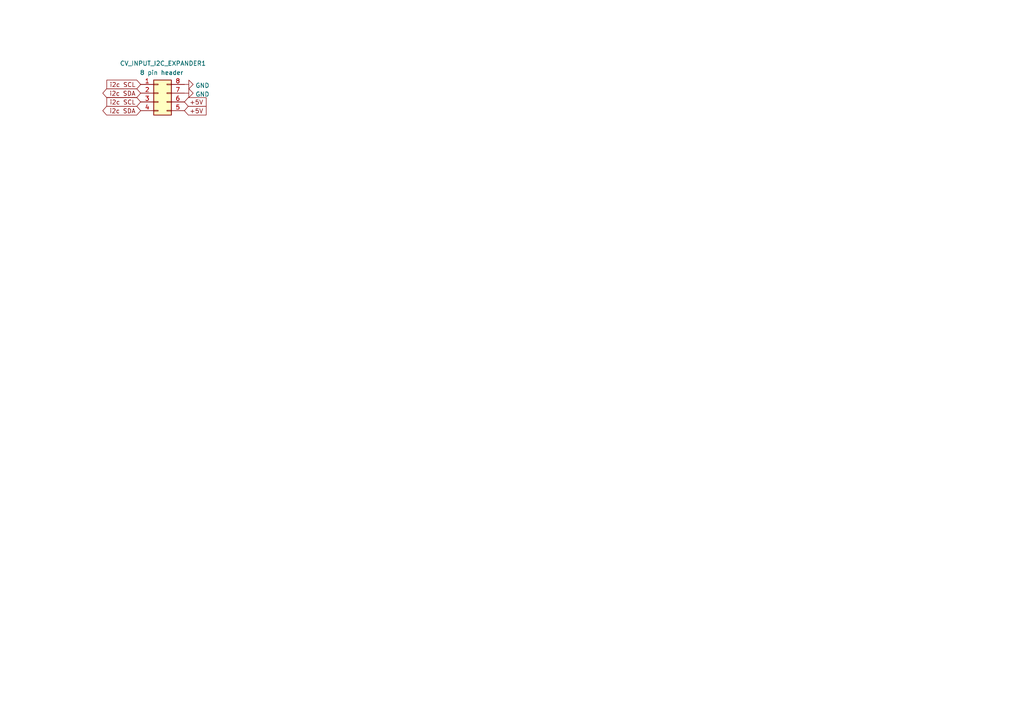
<source format=kicad_sch>
(kicad_sch (version 20230121) (generator eeschema)
  (paper "A4")
  (lib_symbols
    (symbol "Connector_Generic:Conn_02x04_Counter_Clockwise" (pin_names (offset 1.016) hide)
      (property "Reference" "J" (at 1.27 5.08 0))
      (property "Value" "Conn_02x04_Counter_Clockwise" (at 1.27 -7.62 0))
      (symbol "Conn_02x04_Counter_Clockwise_1_1"
        (rectangle (start -1.27 -4.953) (end 0 -5.207) (stroke (width 0.1524)))
        (rectangle (start -1.27 -2.413) (end 0 -2.667) (stroke (width 0.1524)))
        (rectangle (start -1.27 0.127) (end 0 -0.127) (stroke (width 0.1524)))
        (rectangle (start -1.27 2.667) (end 0 2.413) (stroke (width 0.1524)))
        (rectangle (start -1.27 3.81) (end 3.81 -6.35) (stroke (width 0.254)) (fill (type background)))
        (rectangle (start 3.81 -4.953) (end 2.54 -5.207) (stroke (width 0.1524)))
        (rectangle (start 3.81 -2.413) (end 2.54 -2.667) (stroke (width 0.1524)))
        (rectangle (start 3.81 0.127) (end 2.54 -0.127) (stroke (width 0.1524)))
        (rectangle (start 3.81 2.667) (end 2.54 2.413) (stroke (width 0.1524)))
        (pin passive line (at -5.08 2.54 0) (length 3.81) (name "Pin_1") (number "1"))
        (pin passive line (at -5.08 0 0) (length 3.81) (name "Pin_2") (number "2"))
        (pin passive line (at -5.08 -2.54 0) (length 3.81) (name "Pin_3") (number "3"))
        (pin passive line (at -5.08 -5.08 0) (length 3.81) (name "Pin_4") (number "4"))
        (pin passive line (at 7.62 -5.08 180) (length 3.81) (name "Pin_5") (number "5"))
        (pin passive line (at 7.62 -2.54 180) (length 3.81) (name "Pin_6") (number "6"))
        (pin passive line (at 7.62 0 180) (length 3.81) (name "Pin_7") (number "7"))
        (pin passive line (at 7.62 2.54 180) (length 3.81) (name "Pin_8") (number "8"))
      )
    )
    (symbol "power:GND" (power) (pin_names (offset 0))
      (property "Value" "GND" (at 0 -3.81 0))
      (symbol "GND_0_1"
        (polyline (pts (xy 0 0) (xy 0 -1.27) (xy 1.27 -1.27) (xy 0 -2.54) (xy -1.27 -1.27) (xy 0 -1.27)))
      )
      (symbol "GND_1_1"
        (pin power_in line (at 0 0 270) (length 0) hide (name "GND") (number "1"))
      )
    )
  )
  (global_label "+5V" (shape input) (at 53.4924 32.1056 0) (property "Intersheetrefs" "${INTERSHEET_REFS}" (effects hide)))
  (global_label "i2c SDA" (shape bidirectional) (at 40.7924 27.0256 180) (property "Intersheetrefs" "${INTERSHEET_REFS}" (effects hide)))
  (global_label "i2c SCL" (shape input) (at 40.7924 29.5656 180) (property "Intersheetrefs" "${INTERSHEET_REFS}" (effects hide)))
  (global_label "i2c SDA" (shape bidirectional) (at 40.7924 32.1056 180) (property "Intersheetrefs" "${INTERSHEET_REFS}" (effects hide)))
  (global_label "+5V" (shape input) (at 53.4924 29.5656 0) (property "Intersheetrefs" "${INTERSHEET_REFS}" (effects hide)))
  (global_label "i2c SCL" (shape input) (at 40.7924 24.4856 180) (property "Intersheetrefs" "${INTERSHEET_REFS}" (effects hide)))
  (symbol (lib_id "power:GND") (at 53.4924 27.0256 90) (unit 1)
    (property "Reference" "#PWR032" (effects hide))
    (property "Value" "GND" (at 56.6674 27.3424 90) (effects (justify right)))
    (instances (project "usb_midi_clocker circuits" (path "" (reference "#PWR032") (unit 1)) (path "" (reference "#PWR021") (unit 1))))
  )
  (symbol (lib_id "Connector_Generic:Conn_02x04_Counter_Clockwise") (at 45.8724 27.0256 0) (unit 1)
    (property "Reference" "CV_INPUT_I2C_EXPANDER1" (at 47.2694 18.3896 0))
    (property "Value" "8 pin header" (at 46.8884 21.0566 0))
    (property "Footprint" "Connector_PinHeader_2.54mm:PinHeader_2x04_P2.54mm_Vertical" (effects hide))
    (instances (project "usb_midi_clocker circuits" (path "" (reference "CV_INPUT_I2C_EXPANDER1") (unit 1)) (path "" (reference "CV_INPUT_I2C_EXPANDER_SATELLITE1") (unit 1))))
  )
  (symbol (lib_id "power:GND") (at 53.4924 24.4856 90) (unit 1)
    (property "Reference" "#PWR031" (effects hide))
    (property "Value" "GND" (at 56.6674 24.8024 90) (effects (justify right)))
    (instances (project "usb_midi_clocker circuits" (path "" (reference "#PWR031") (unit 1)) (path "" (reference "#PWR020") (unit 1))))
  )
)
</source>
